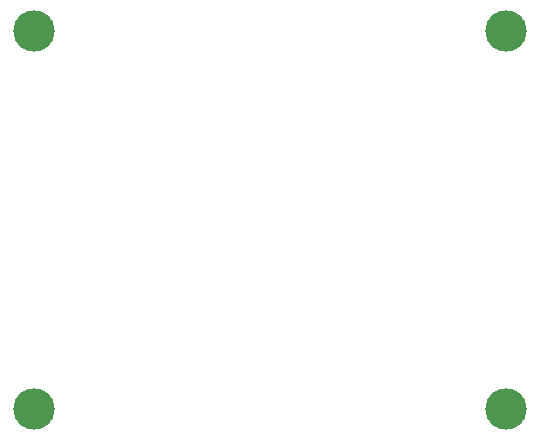
<source format=gbr>
%TF.GenerationSoftware,KiCad,Pcbnew,9.0.6*%
%TF.CreationDate,2026-01-11T11:57:04+09:00*%
%TF.ProjectId,Hi-Lo_converter,48692d4c-6f5f-4636-9f6e-766572746572,rev?*%
%TF.SameCoordinates,Original*%
%TF.FileFunction,NonPlated,1,2,NPTH,Drill*%
%TF.FilePolarity,Positive*%
%FSLAX46Y46*%
G04 Gerber Fmt 4.6, Leading zero omitted, Abs format (unit mm)*
G04 Created by KiCad (PCBNEW 9.0.6) date 2026-01-11 11:57:04*
%MOMM*%
%LPD*%
G01*
G04 APERTURE LIST*
%TA.AperFunction,ComponentDrill*%
%ADD10C,3.500000*%
%TD*%
G04 APERTURE END LIST*
D10*
%TO.C,REF\u002A\u002A*%
X175000000Y-24500000D03*
X175000000Y-56500000D03*
X215000000Y-24500000D03*
X215000000Y-56500000D03*
M02*

</source>
